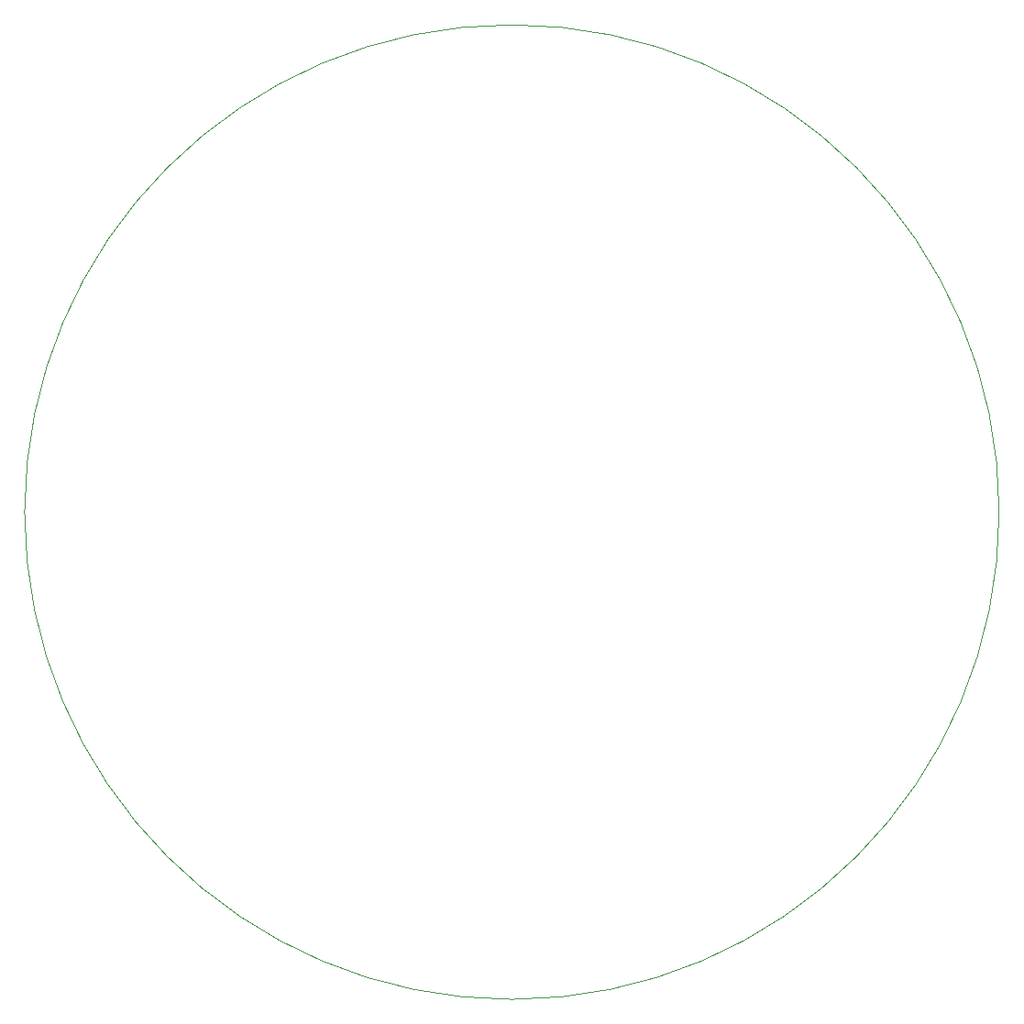
<source format=gbr>
%TF.GenerationSoftware,KiCad,Pcbnew,8.0.5*%
%TF.CreationDate,2024-12-13T13:51:08-05:00*%
%TF.ProjectId,GRRCoaster,47525243-6f61-4737-9465-722e6b696361,rev?*%
%TF.SameCoordinates,Original*%
%TF.FileFunction,Profile,NP*%
%FSLAX46Y46*%
G04 Gerber Fmt 4.6, Leading zero omitted, Abs format (unit mm)*
G04 Created by KiCad (PCBNEW 8.0.5) date 2024-12-13 13:51:08*
%MOMM*%
%LPD*%
G01*
G04 APERTURE LIST*
%TA.AperFunction,Profile*%
%ADD10C,0.050000*%
%TD*%
G04 APERTURE END LIST*
D10*
X104700000Y-58900000D02*
G75*
G02*
X14700000Y-58900000I-45000000J0D01*
G01*
X14700000Y-58900000D02*
G75*
G02*
X104700000Y-58900000I45000000J0D01*
G01*
M02*

</source>
